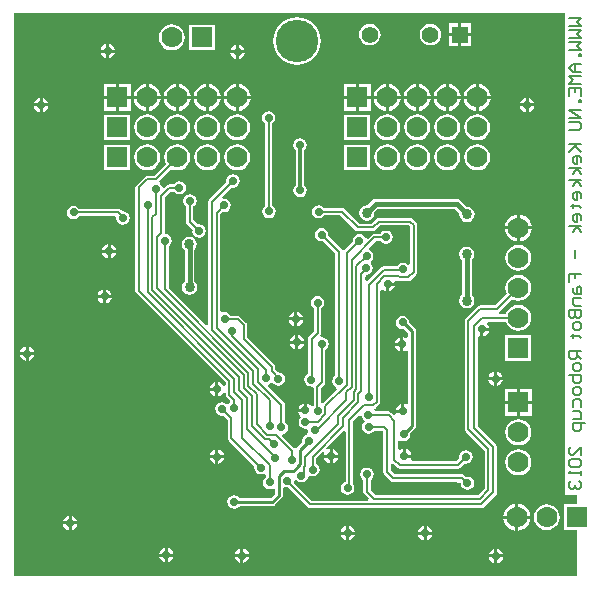
<source format=gbl>
%FSTAX44Y44*%
%MOIN*%
%SFA1B1*%

%IPPOS*%
%ADD28C,0.016000*%
%ADD29C,0.012000*%
%ADD31C,0.008000*%
%ADD32C,0.010000*%
%ADD34C,0.055120*%
%ADD35R,0.055120X0.055120*%
%ADD36C,0.070000*%
%ADD37R,0.070000X0.070000*%
%ADD38R,0.070000X0.070000*%
%ADD39C,0.141730*%
%ADD40C,0.028000*%
%ADD41C,0.034000*%
%LNrpcb6996130008r02-1*%
%LPD*%
G36*
X0003844Y00040807D02*
X0003845D01*
Y0004066*
X0003844*
Y00033875*
X0003845*
Y0003376*
X0003844*
Y00028841*
X0003845*
Y000288*
X0003885*
Y0002849*
X0003842*
Y0002763*
X0003885*
Y000261*
X000201*
Y0004485*
X0003844*
Y00040807*
G37*
%LNrpcb6996130008r02-2*%
%LPC*%
G36*
X0002947Y0003384D02*
X00029285D01*
X00029293Y00033796*
X00029347Y00033717*
X00029426Y00033663*
X0002947Y00033655*
Y0003384*
G37*
G36*
X00029754D02*
X0002957D01*
Y00033655*
X00029613Y00033663*
X00029693Y00033717*
X00029746Y00033796*
X00029754Y0003384*
G37*
G36*
X0003297Y0003377D02*
X00032785D01*
X00032793Y00033726*
X00032847Y00033647*
X00032926Y00033593*
X0003297Y00033585*
Y0003377*
G37*
G36*
X0002048Y00033744D02*
X00020436Y00033736D01*
X00020357Y00033683*
X00020303Y00033603*
X00020295Y0003356*
X0002048*
Y00033744*
G37*
G36*
X0002058D02*
Y0003356D01*
X00020764*
X00020756Y00033603*
X00020703Y00033683*
X00020623Y00033736*
X0002058Y00033744*
G37*
G36*
X00035914Y0003428D02*
X0003573D01*
Y00034095*
X00035773Y00034103*
X00035853Y00034157*
X00035906Y00034236*
X00035914Y0003428*
G37*
G36*
X0002943Y0003462D02*
X00029245D01*
X00029253Y00034576*
X00029307Y00034497*
X00029386Y00034443*
X0002943Y00034435*
Y0003462*
G37*
G36*
X0002957Y00034124D02*
Y0003394D01*
X00029754*
X00029746Y00033983*
X00029693Y00034063*
X00029613Y00034116*
X0002957Y00034124*
G37*
G36*
X0003297Y00034054D02*
X00032926Y00034046D01*
X00032847Y00033993*
X00032793Y00033913*
X00032785Y0003387*
X0003297*
Y00034054*
G37*
G36*
X0002947Y00034124D02*
X00029426Y00034116D01*
X00029347Y00034063*
X00029293Y00033983*
X00029285Y0003394*
X0002947*
Y00034124*
G37*
G36*
X00020764Y0003346D02*
X0002058D01*
Y00033275*
X00020623Y00033283*
X00020703Y00033337*
X00020756Y00033416*
X00020764Y0003346*
G37*
G36*
X00026804Y00032558D02*
X0002676Y0003255D01*
X00026681Y00032497*
X00026627Y00032417*
X00026619Y00032374*
X00026804*
Y00032558*
G37*
G36*
X0003609Y0003263D02*
X00035905D01*
X00035913Y00032586*
X00035967Y00032507*
X00036046Y00032453*
X0003609Y00032445*
Y0003263*
G37*
G36*
X00026804Y00032274D02*
X00026619D01*
X00026627Y0003223*
X00026681Y00032151*
X0002676Y00032097*
X00026804Y00032089*
Y00032274*
G37*
G36*
X0003685Y0003234D02*
X0003645D01*
Y0003194*
X0003685*
Y0003234*
G37*
G36*
X0003735D02*
X0003695D01*
Y0003194*
X0003735*
Y0003234*
G37*
G36*
X0003733Y0003413D02*
X0003647D01*
Y0003327*
X0003733*
Y0003413*
G37*
G36*
X0002048Y0003346D02*
X00020295D01*
X00020303Y00033416*
X00020357Y00033337*
X00020436Y00033283*
X0002048Y00033275*
Y0003346*
G37*
G36*
X0003619Y00032914D02*
Y0003273D01*
X00036374*
X00036366Y00032773*
X00036313Y00032853*
X00036233Y00032906*
X0003619Y00032914*
G37*
G36*
X00036374Y0003263D02*
X0003619D01*
Y00032445*
X00036233Y00032453*
X00036313Y00032507*
X00036366Y00032586*
X00036374Y0003263*
G37*
G36*
X0003609Y00032914D02*
X00036046Y00032906D01*
X00035967Y00032853*
X00035913Y00032773*
X00035905Y0003273*
X0003609*
Y00032914*
G37*
G36*
X00029714Y0003462D02*
X0002953D01*
Y00034435*
X00029573Y00034443*
X00029653Y00034497*
X00029706Y00034576*
X00029714Y0003462*
G37*
G36*
X0003685Y0003765D02*
X00036452D01*
X00036461Y00037582*
X00036506Y00037473*
X00036579Y00037379*
X00036673Y00037306*
X00036782Y00037261*
X0003685Y00037252*
Y0003765*
G37*
G36*
X00037347D02*
X0003695D01*
Y00037252*
X00037017Y00037261*
X00037126Y00037306*
X0003722Y00037379*
X00037293Y00037473*
X00037338Y00037582*
X00037347Y0003765*
G37*
G36*
X0002331Y00037154D02*
Y0003697D01*
X00023494*
X00023486Y00037013*
X00023433Y00037093*
X00023353Y00037146*
X0002331Y00037154*
G37*
G36*
X00023494Y0003687D02*
X0002331D01*
Y00036685*
X00023353Y00036693*
X00023433Y00036747*
X00023486Y00036826*
X00023494Y0003687*
G37*
G36*
X0002321Y00037154D02*
X00023166Y00037146D01*
X00023087Y00037093*
X00023033Y00037013*
X00023025Y0003697*
X0002321*
Y00037154*
G37*
G36*
X0002208Y00038444D02*
X00021994Y00038427D01*
X00021921Y00038378*
X00021872Y00038305*
X00021855Y0003822*
X00021872Y00038134*
X00021921Y00038061*
X00021994Y00038012*
X0002208Y00037995*
X00022165Y00038012*
X00022238Y00038061*
X00022262Y00038097*
X00023446*
X00023496Y00038035*
X00023495Y0003803*
X00023512Y00037944*
X00023561Y00037871*
X00023634Y00037822*
X0002372Y00037805*
X00023805Y00037822*
X00023878Y00037871*
X00023927Y00037944*
X00023944Y0003803*
X00023927Y00038115*
X00023878Y00038188*
X00023805Y00038237*
X0002372Y00038254*
X0002371Y00038252*
X00023656Y00038306*
X00023616Y00038333*
X0002357Y00038342*
X00022262*
X00022238Y00038378*
X00022165Y00038427*
X0002208Y00038444*
G37*
G36*
X0002858Y00041594D02*
X00028494Y00041577D01*
X00028421Y00041528*
X00028372Y00041455*
X00028355Y0004137*
X00028372Y00041284*
X00028421Y00041211*
X00028457Y00041187*
Y00038426*
X00028431Y00038408*
X00028382Y00038335*
X00028365Y0003825*
X00028382Y00038164*
X00028431Y00038091*
X00028504Y00038042*
X0002859Y00038025*
X00028675Y00038042*
X00028748Y00038091*
X00028797Y00038164*
X00028814Y0003825*
X00028797Y00038335*
X00028748Y00038408*
X00028702Y00038439*
Y00041187*
X00028738Y00041211*
X00028787Y00041284*
X00028804Y0004137*
X00028787Y00041455*
X00028738Y00041528*
X00028665Y00041577*
X0002858Y00041594*
G37*
G36*
X0003695Y00038147D02*
Y0003775D01*
X00037347*
X00037338Y00037817*
X00037293Y00037926*
X0003722Y0003802*
X00037126Y00038093*
X00037017Y00038138*
X0003695Y00038147*
G37*
G36*
X0002595Y00038824D02*
X00025864Y00038807D01*
X00025791Y00038758*
X00025742Y00038685*
X00025725Y000386*
X00025742Y00038514*
X00025791Y00038441*
X00025827Y00038417*
Y0003791*
X00025837Y00037863*
X00025863Y00037823*
X00026044Y00037642*
X00026035Y000376*
X00026052Y00037514*
X00026101Y00037441*
X00026174Y00037392*
X0002626Y00037375*
X00026345Y00037392*
X00026418Y00037441*
X00026467Y00037514*
X00026484Y000376*
X00026467Y00037685*
X00026418Y00037758*
X00026345Y00037807*
X0002626Y00037824*
X00026217Y00037815*
X00026072Y0003796*
Y00038417*
X00026108Y00038441*
X00026157Y00038514*
X00026174Y000386*
X00026157Y00038685*
X00026108Y00038758*
X00026035Y00038807*
X0002595Y00038824*
G37*
G36*
X0003685Y00038147D02*
X00036782Y00038138D01*
X00036673Y00038093*
X00036579Y0003802*
X00036506Y00037926*
X00036461Y00037817*
X00036452Y0003775*
X0003685*
Y00038147*
G37*
G36*
X0002321Y0003687D02*
X00023025D01*
X00023033Y00036826*
X00023087Y00036747*
X00023166Y00036693*
X0002321Y00036685*
Y0003687*
G37*
G36*
X0002306Y0003537D02*
X00022875D01*
X00022883Y00035326*
X00022937Y00035247*
X00023016Y00035193*
X0002306Y00035185*
Y0003537*
G37*
G36*
X00023344D02*
X0002316D01*
Y00035185*
X00023203Y00035193*
X00023283Y00035247*
X00023336Y00035326*
X00023344Y0003537*
G37*
G36*
X0003518Y00037074D02*
X00035082Y00037055D01*
X00034999Y00037*
X00034944Y00036917*
X00034925Y0003682*
X00034944Y00036722*
X00034999Y00036639*
X00035016Y00036628*
Y00035461*
X00034999Y0003545*
X00034944Y00035367*
X00034925Y0003527*
X00034944Y00035172*
X00034999Y00035089*
X00035082Y00035034*
X0003518Y00035015*
X00035277Y00035034*
X0003536Y00035089*
X00035415Y00035172*
X00035434Y0003527*
X00035415Y00035367*
X0003536Y0003545*
X00035343Y00035461*
Y00036628*
X0003536Y00036639*
X00035415Y00036722*
X00035434Y0003682*
X00035415Y00036917*
X0003536Y00037*
X00035277Y00037055*
X0003518Y00037074*
G37*
G36*
X0002943Y00034904D02*
X00029386Y00034896D01*
X00029307Y00034843*
X00029253Y00034763*
X00029245Y0003472*
X0002943*
Y00034904*
G37*
G36*
X0002953D02*
Y0003472D01*
X00029714*
X00029706Y00034763*
X00029653Y00034843*
X00029573Y00034896*
X0002953Y00034904*
G37*
G36*
X00032774Y0003578D02*
X0003259D01*
Y00035595*
X00032633Y00035603*
X00032713Y00035657*
X00032766Y00035736*
X00032774Y0003578*
G37*
G36*
X000369Y00037133D02*
X00036787Y00037118D01*
X00036683Y00037075*
X00036593Y00037006*
X00036524Y00036916*
X00036481Y00036812*
X00036466Y000367*
X00036481Y00036587*
X00036524Y00036483*
X00036593Y00036393*
X00036683Y00036324*
X00036787Y00036281*
X000369Y00036266*
X00037012Y00036281*
X00037116Y00036324*
X00037206Y00036393*
X00037275Y00036483*
X00037318Y00036587*
X00037333Y000367*
X00037318Y00036812*
X00037275Y00036916*
X00037206Y00037006*
X00037116Y00037075*
X00037012Y00037118*
X000369Y00037133*
G37*
G36*
X0002316Y00035654D02*
Y0003547D01*
X00023344*
X00023336Y00035513*
X00023283Y00035593*
X00023203Y00035646*
X0002316Y00035654*
G37*
G36*
X0002593Y00037404D02*
X00025832Y00037385D01*
X00025749Y0003733*
X00025694Y00037247*
X00025675Y0003715*
X00025694Y00037052*
X00025749Y00036969*
X00025776Y00036951*
Y00035911*
X00025759Y000359*
X00025704Y00035817*
X00025685Y0003572*
X00025704Y00035622*
X00025759Y00035539*
X00025842Y00035484*
X0002594Y00035465*
X00026037Y00035484*
X0002612Y00035539*
X00026175Y00035622*
X00026194Y0003572*
X00026175Y00035817*
X0002612Y000359*
X00026103Y00035911*
Y00036965*
X0002611Y00036969*
X00026165Y00037052*
X00026184Y0003715*
X00026165Y00037247*
X0002611Y0003733*
X00026027Y00037385*
X0002593Y00037404*
G37*
G36*
X0002306Y00035654D02*
X00023016Y00035646D01*
X00022937Y00035593*
X00022883Y00035513*
X00022875Y0003547*
X0002306*
Y00035654*
G37*
G36*
X0003374Y0002748D02*
X00033555D01*
X00033563Y00027436*
X00033617Y00027357*
X00033696Y00027303*
X0003374Y00027295*
Y0002748*
G37*
G36*
X00034024D02*
X0003384D01*
Y00027295*
X00033883Y00027303*
X00033963Y00027357*
X00034016Y00027436*
X00034024Y0002748*
G37*
G36*
X00031444D02*
X0003126D01*
Y00027295*
X00031303Y00027303*
X00031383Y00027357*
X00031436Y00027436*
X00031444Y0002748*
G37*
G36*
X0002522Y00027024D02*
Y0002684D01*
X00025404*
X00025396Y00026883*
X00025343Y00026963*
X00025263Y00027016*
X0002522Y00027024*
G37*
G36*
X0003116Y0002748D02*
X00030975D01*
X00030983Y00027436*
X00031037Y00027357*
X00031116Y00027303*
X0003116Y00027295*
Y0002748*
G37*
G36*
X0003384Y00027764D02*
Y0002758D01*
X00034024*
X00034016Y00027623*
X00033963Y00027703*
X00033883Y00027756*
X0003384Y00027764*
G37*
G36*
X000368Y0002801D02*
X00036402D01*
X00036411Y00027942*
X00036456Y00027833*
X00036529Y00027739*
X00036623Y00027666*
X00036732Y00027621*
X000368Y00027612*
Y0002801*
G37*
G36*
X0003374Y00027764D02*
X00033696Y00027756D01*
X00033617Y00027703*
X00033563Y00027623*
X00033555Y0002758*
X0003374*
Y00027764*
G37*
G36*
X0003116D02*
X00031116Y00027756D01*
X00031037Y00027703*
X00030983Y00027623*
X00030975Y0002758*
X0003116*
Y00027764*
G37*
G36*
X0003126D02*
Y0002758D01*
X00031444*
X00031436Y00027623*
X00031383Y00027703*
X00031303Y00027756*
X0003126Y00027764*
G37*
G36*
X0002512Y00027024D02*
X00025076Y00027016D01*
X00024997Y00026963*
X00024943Y00026883*
X00024935Y0002684*
X0002512*
Y00027024*
G37*
G36*
X00027914Y0002673D02*
X0002773D01*
Y00026545*
X00027773Y00026553*
X00027853Y00026607*
X00027906Y00026686*
X00027914Y0002673*
G37*
G36*
X0002512Y0002674D02*
X00024935D01*
X00024943Y00026696*
X00024997Y00026617*
X00025076Y00026563*
X0002512Y00026555*
Y0002674*
G37*
G36*
X0002763Y0002673D02*
X00027445D01*
X00027453Y00026686*
X00027507Y00026607*
X00027586Y00026553*
X0002763Y00026545*
Y0002673*
G37*
G36*
X000361Y0002672D02*
X00035915D01*
X00035923Y00026676*
X00035977Y00026597*
X00036056Y00026543*
X000361Y00026535*
Y0002672*
G37*
G36*
X00036384D02*
X000362D01*
Y00026535*
X00036243Y00026543*
X00036323Y00026597*
X00036376Y00026676*
X00036384Y0002672*
G37*
G36*
X0002763Y00027014D02*
X00027586Y00027006D01*
X00027507Y00026953*
X00027453Y00026873*
X00027445Y0002683*
X0002763*
Y00027014*
G37*
G36*
X0002773D02*
Y0002683D01*
X00027914*
X00027906Y00026873*
X00027853Y00026953*
X00027773Y00027006*
X0002773Y00027014*
G37*
G36*
X000362Y00027004D02*
Y0002682D01*
X00036384*
X00036376Y00026863*
X00036323Y00026943*
X00036243Y00026996*
X000362Y00027004*
G37*
G36*
X00025404Y0002674D02*
X0002522D01*
Y00026555*
X00025263Y00026563*
X00025343Y00026617*
X00025396Y00026696*
X00025404Y0002674*
G37*
G36*
X000361Y00027004D02*
X00036056Y00026996D01*
X00035977Y00026943*
X00035923Y00026863*
X00035915Y0002682*
X000361*
Y00027004*
G37*
G36*
X00037297Y0002801D02*
X000369D01*
Y00027612*
X00036967Y00027621*
X00037076Y00027666*
X0003717Y00027739*
X00037243Y00027833*
X00037288Y00027942*
X00037297Y0002801*
G37*
G36*
X0003071Y00030324D02*
Y0003014D01*
X00030894*
X00030886Y00030183*
X00030833Y00030263*
X00030753Y00030316*
X0003071Y00030324*
G37*
G36*
X0003315D02*
Y0003014D01*
X00033334*
X00033326Y00030183*
X00033273Y00030263*
X00033193Y00030316*
X0003315Y00030324*
G37*
G36*
X000269Y00030314D02*
Y0003013D01*
X00027084*
X00027076Y00030173*
X00027023Y00030253*
X00026943Y00030306*
X000269Y00030314*
G37*
G36*
X00030894Y0003004D02*
X0003071D01*
Y00029855*
X00030753Y00029863*
X00030833Y00029917*
X00030886Y00029996*
X00030894Y0003004*
G37*
G36*
X000268Y00030314D02*
X00026756Y00030306D01*
X00026677Y00030253*
X00026623Y00030173*
X00026615Y0003013*
X000268*
Y00030314*
G37*
G36*
X00033Y00031824D02*
X00032956Y00031816D01*
X00032877Y00031763*
X00032823Y00031683*
X00032815Y0003164*
X00033*
Y00031824*
G37*
G36*
X0002975Y00031854D02*
X00029706Y00031846D01*
X00029627Y00031793*
X00029573Y00031713*
X00029565Y0003167*
X0002975*
Y00031854*
G37*
G36*
X0003735Y0003184D02*
X0003695D01*
Y0003144*
X0003735*
Y0003184*
G37*
G36*
X000369Y00031323D02*
X00036787Y00031308D01*
X00036683Y00031265*
X00036593Y00031196*
X00036524Y00031106*
X00036481Y00031002*
X00036466Y0003089*
X00036481Y00030777*
X00036524Y00030673*
X00036593Y00030583*
X00036683Y00030514*
X00036787Y00030471*
X000369Y00030456*
X00037012Y00030471*
X00037116Y00030514*
X00037206Y00030583*
X00037275Y00030673*
X00037318Y00030777*
X00037333Y0003089*
X00037318Y00031002*
X00037275Y00031106*
X00037206Y00031196*
X00037116Y00031265*
X00037012Y00031308*
X000369Y00031323*
G37*
G36*
X0003685Y0003184D02*
X0003645D01*
Y0003144*
X0003685*
Y0003184*
G37*
G36*
X0003061Y0003004D02*
X00030425D01*
X00030433Y00029996*
X00030487Y00029917*
X00030566Y00029863*
X0003061Y00029855*
Y0003004*
G37*
G36*
X00021913Y00028104D02*
X00021869Y00028096D01*
X0002179Y00028043*
X00021737Y00027963*
X00021728Y0002792*
X00021913*
Y00028104*
G37*
G36*
X00022013D02*
Y0002792D01*
X00022198*
X00022189Y00027963*
X00022136Y00028043*
X00022057Y00028096*
X00022013Y00028104*
G37*
G36*
X00022198Y0002782D02*
X00022013D01*
Y00027635*
X00022057Y00027643*
X00022136Y00027697*
X00022189Y00027776*
X00022198Y0002782*
G37*
G36*
X0003785Y00028493D02*
X00037737Y00028478D01*
X00037633Y00028435*
X00037543Y00028366*
X00037474Y00028276*
X00037431Y00028172*
X00037416Y0002806*
X00037431Y00027947*
X00037474Y00027843*
X00037543Y00027753*
X00037633Y00027684*
X00037737Y00027641*
X0003785Y00027626*
X00037962Y00027641*
X00038066Y00027684*
X00038156Y00027753*
X00038225Y00027843*
X00038268Y00027947*
X00038283Y0002806*
X00038268Y00028172*
X00038225Y00028276*
X00038156Y00028366*
X00038066Y00028435*
X00037962Y00028478*
X0003785Y00028493*
G37*
G36*
X00021913Y0002782D02*
X00021728D01*
X00021737Y00027776*
X0002179Y00027697*
X00021869Y00027643*
X00021913Y00027635*
Y0002782*
G37*
G36*
X000268Y0003003D02*
X00026615D01*
X00026623Y00029986*
X00026677Y00029907*
X00026756Y00029853*
X000268Y00029845*
Y0003003*
G37*
G36*
X00027084D02*
X000269D01*
Y00029845*
X00026943Y00029853*
X00027023Y00029907*
X00027076Y00029986*
X00027084Y0003003*
G37*
G36*
X000369Y00030323D02*
X00036787Y00030308D01*
X00036683Y00030265*
X00036593Y00030196*
X00036524Y00030106*
X00036481Y00030002*
X00036466Y0002989*
X00036481Y00029777*
X00036524Y00029673*
X00036593Y00029583*
X00036683Y00029514*
X00036787Y00029471*
X000369Y00029456*
X00037012Y00029471*
X00037116Y00029514*
X00037206Y00029583*
X00037275Y00029673*
X00037318Y00029777*
X00037333Y0002989*
X00037318Y00030002*
X00037275Y00030106*
X00037206Y00030196*
X00037116Y00030265*
X00037012Y00030308*
X000369Y00030323*
G37*
G36*
X000368Y00028507D02*
X00036732Y00028498D01*
X00036623Y00028453*
X00036529Y0002838*
X00036456Y00028286*
X00036411Y00028177*
X00036402Y0002811*
X000368*
Y00028507*
G37*
G36*
X000369D02*
Y0002811D01*
X00037297*
X00037288Y00028177*
X00037243Y00028286*
X0003717Y0002838*
X00037076Y00028453*
X00036967Y00028498*
X000369Y00028507*
G37*
G36*
X00027477Y00042497D02*
X0002741Y00042488D01*
X000273Y00042443*
X00027206Y0004237*
X00027134Y00042276*
X00027089Y00042167*
X0002708Y000421*
X00027477*
Y00042497*
G37*
G36*
X00027577D02*
Y000421D01*
X00027974*
X00027966Y00042167*
X0002792Y00042276*
X00027848Y0004237*
X00027754Y00042443*
X00027645Y00042488*
X00027577Y00042497*
G37*
G36*
X00026577D02*
Y000421D01*
X00026974*
X00026966Y00042167*
X0002692Y00042276*
X00026848Y0004237*
X00026754Y00042443*
X00026645Y00042488*
X00026577Y00042497*
G37*
G36*
X00025577D02*
Y000421D01*
X00025974*
X00025966Y00042167*
X0002592Y00042276*
X00025848Y0004237*
X00025754Y00042443*
X00025645Y00042488*
X00025577Y00042497*
G37*
G36*
X00026477D02*
X0002641Y00042488D01*
X000263Y00042443*
X00026206Y0004237*
X00026134Y00042276*
X00026089Y00042167*
X0002608Y000421*
X00026477*
Y00042497*
G37*
G36*
X00032577D02*
Y000421D01*
X00032974*
X00032966Y00042167*
X0003292Y00042276*
X00032848Y0004237*
X00032754Y00042443*
X00032645Y00042488*
X00032577Y00042497*
G37*
G36*
X00033477D02*
X0003341Y00042488D01*
X000333Y00042443*
X00033206Y0004237*
X00033134Y00042276*
X00033089Y00042167*
X0003308Y000421*
X00033477*
Y00042497*
G37*
G36*
X00032477D02*
X0003241Y00042488D01*
X000323Y00042443*
X00032206Y0004237*
X00032134Y00042276*
X00032089Y00042167*
X0003208Y000421*
X00032477*
Y00042497*
G37*
G36*
X00031477Y000425D02*
X00031077D01*
Y000421*
X00031477*
Y000425*
G37*
G36*
X00031977D02*
X00031577D01*
Y000421*
X00031977*
Y000425*
G37*
G36*
X00025477Y00042497D02*
X0002541Y00042488D01*
X000253Y00042443*
X00025206Y0004237*
X00025134Y00042276*
X00025089Y00042167*
X0002508Y000421*
X00025477*
Y00042497*
G37*
G36*
X0002104Y00042034D02*
Y0004185D01*
X00021224*
X00021216Y00041893*
X00021163Y00041973*
X00021083Y00042026*
X0002104Y00042034*
G37*
G36*
X00037142D02*
X00037098Y00042026D01*
X00037018Y00041973*
X00036965Y00041893*
X00036957Y0004185*
X00037142*
Y00042034*
G37*
G36*
X0002094D02*
X00020896Y00042026D01*
X00020817Y00041973*
X00020763Y00041893*
X00020755Y0004185*
X0002094*
Y00042034*
G37*
G36*
X00035477Y00042D02*
X0003508D01*
X00035089Y00041932*
X00035134Y00041823*
X00035206Y00041729*
X000353Y00041656*
X0003541Y00041611*
X00035477Y00041602*
Y00042*
G37*
G36*
X00035974D02*
X00035577D01*
Y00041602*
X00035645Y00041611*
X00035754Y00041656*
X00035848Y00041729*
X0003592Y00041823*
X00035966Y00041932*
X00035974Y00042*
G37*
G36*
X00024477Y00042497D02*
X0002441Y00042488D01*
X000243Y00042443*
X00024206Y0004237*
X00024134Y00042276*
X00024089Y00042167*
X0002408Y000421*
X00024477*
Y00042497*
G37*
G36*
X00024577D02*
Y000421D01*
X00024974*
X00024966Y00042167*
X0002492Y00042276*
X00024848Y0004237*
X00024754Y00042443*
X00024645Y00042488*
X00024577Y00042497*
G37*
G36*
X00023977Y000425D02*
X00023577D01*
Y000421*
X00023977*
Y000425*
G37*
G36*
X00037242Y00042034D02*
Y0004185D01*
X00037426*
X00037418Y00041893*
X00037365Y00041973*
X00037285Y00042026*
X00037242Y00042034*
G37*
G36*
X00023477Y000425D02*
X00023077D01*
Y000421*
X00023477*
Y000425*
G37*
G36*
X00033577Y00042497D02*
Y000421D01*
X00033974*
X00033966Y00042167*
X0003392Y00042276*
X00033848Y0004237*
X00033754Y00042443*
X00033645Y00042488*
X00033577Y00042497*
G37*
G36*
X0002326Y00043824D02*
Y0004364D01*
X00023444*
X00023436Y00043683*
X00023383Y00043763*
X00023303Y00043816*
X0002326Y00043824*
G37*
G36*
X000349Y00044092D02*
X00034574D01*
Y00043766*
X000349*
Y00044092*
G37*
G36*
X0002316Y00043824D02*
X00023116Y00043816D01*
X00023037Y00043763*
X00022983Y00043683*
X00022975Y0004364*
X0002316*
Y00043824*
G37*
G36*
X0002749Y00043804D02*
X00027446Y00043796D01*
X00027367Y00043743*
X00027313Y00043663*
X00027305Y0004362*
X0002749*
Y00043804*
G37*
G36*
X0002759D02*
Y0004362D01*
X00027774*
X00027766Y00043663*
X00027713Y00043743*
X00027633Y00043796*
X0002759Y00043804*
G37*
G36*
X000349Y00044518D02*
X00034574D01*
Y00044192*
X000349*
Y00044518*
G37*
G36*
X00035325D02*
X00035D01*
Y00044192*
X00035325*
Y00044518*
G37*
G36*
X00033965Y00044501D02*
X00033872Y00044489D01*
X00033786Y00044453*
X00033712Y00044396*
X00033655Y00044321*
X00033619Y00044235*
X00033607Y00044142*
X00033619Y00044049*
X00033655Y00043963*
X00033712Y00043888*
X00033786Y00043831*
X00033872Y00043796*
X00033965Y00043783*
X00034058Y00043796*
X00034145Y00043831*
X00034219Y00043888*
X00034276Y00043963*
X00034312Y00044049*
X00034324Y00044142*
X00034312Y00044235*
X00034276Y00044321*
X00034219Y00044396*
X00034145Y00044453*
X00034058Y00044489*
X00033965Y00044501*
G37*
G36*
X00035325Y00044092D02*
X00035D01*
Y00043766*
X00035325*
Y00044092*
G37*
G36*
X0003195Y00044501D02*
X00031857Y00044489D01*
X0003177Y00044453*
X00031696Y00044396*
X00031639Y00044321*
X00031603Y00044235*
X00031591Y00044142*
X00031603Y00044049*
X00031639Y00043963*
X00031696Y00043888*
X0003177Y00043831*
X00031857Y00043796*
X0003195Y00043783*
X00032042Y00043796*
X00032129Y00043831*
X00032203Y00043888*
X0003226Y00043963*
X00032296Y00044049*
X00032308Y00044142*
X00032296Y00044235*
X0003226Y00044321*
X00032203Y00044396*
X00032129Y00044453*
X00032042Y00044489*
X0003195Y00044501*
G37*
G36*
X0002678Y0004448D02*
X0002592D01*
Y0004362*
X0002678*
Y0004448*
G37*
G36*
X00035577Y00042497D02*
Y000421D01*
X00035974*
X00035966Y00042167*
X0003592Y00042276*
X00035848Y0004237*
X00035754Y00042443*
X00035645Y00042488*
X00035577Y00042497*
G37*
G36*
X00029527Y00044725D02*
X00029372Y0004471D01*
X00029224Y00044665*
X00029087Y00044592*
X00028967Y00044493*
X00028868Y00044373*
X00028795Y00044236*
X0002875Y00044087*
X00028735Y00043933*
X0002875Y00043778*
X00028795Y00043629*
X00028868Y00043492*
X00028967Y00043372*
X00029087Y00043274*
X00029224Y000432*
X00029372Y00043155*
X00029527Y0004314*
X00029682Y00043155*
X0002983Y000432*
X00029967Y00043274*
X00030087Y00043372*
X00030186Y00043492*
X00030259Y00043629*
X00030304Y00043778*
X0003032Y00043933*
X00030304Y00044087*
X00030259Y00044236*
X00030186Y00044373*
X00030087Y00044493*
X00029967Y00044592*
X0002983Y00044665*
X00029682Y0004471*
X00029527Y00044725*
G37*
G36*
X00035477Y00042497D02*
X0003541Y00042488D01*
X000353Y00042443*
X00035206Y0004237*
X00035134Y00042276*
X00035089Y00042167*
X0003508Y000421*
X00035477*
Y00042497*
G37*
G36*
X00034477D02*
X0003441Y00042488D01*
X000343Y00042443*
X00034206Y0004237*
X00034134Y00042276*
X00034089Y00042167*
X0003408Y000421*
X00034477*
Y00042497*
G37*
G36*
X00034577D02*
Y000421D01*
X00034974*
X00034966Y00042167*
X0003492Y00042276*
X00034848Y0004237*
X00034754Y00042443*
X00034645Y00042488*
X00034577Y00042497*
G37*
G36*
X00023444Y0004354D02*
X0002326D01*
Y00043355*
X00023303Y00043363*
X00023383Y00043417*
X00023436Y00043496*
X00023444Y0004354*
G37*
G36*
X0002535Y00044483D02*
X00025237Y00044468D01*
X00025133Y00044425*
X00025043Y00044356*
X00024974Y00044266*
X00024931Y00044162*
X00024916Y0004405*
X00024931Y00043937*
X00024974Y00043833*
X00025043Y00043743*
X00025133Y00043674*
X00025237Y00043631*
X0002535Y00043616*
X00025462Y00043631*
X00025566Y00043674*
X00025656Y00043743*
X00025725Y00043833*
X00025768Y00043937*
X00025783Y0004405*
X00025768Y00044162*
X00025725Y00044266*
X00025656Y00044356*
X00025566Y00044425*
X00025462Y00044468*
X0002535Y00044483*
G37*
G36*
X0002316Y0004354D02*
X00022975D01*
X00022983Y00043496*
X00023037Y00043417*
X00023116Y00043363*
X0002316Y00043355*
Y0004354*
G37*
G36*
X0002749Y0004352D02*
X00027305D01*
X00027313Y00043476*
X00027367Y00043397*
X00027446Y00043343*
X0002749Y00043335*
Y0004352*
G37*
G36*
X00027774D02*
X0002759D01*
Y00043335*
X00027633Y00043343*
X00027713Y00043397*
X00027766Y00043476*
X00027774Y0004352*
G37*
G36*
X00034974Y00042D02*
X00034577D01*
Y00041602*
X00034645Y00041611*
X00034754Y00041656*
X00034848Y00041729*
X0003492Y00041823*
X00034966Y00041932*
X00034974Y00042*
G37*
G36*
X00026527Y00041483D02*
X00026415Y00041468D01*
X0002631Y00041425*
X0002622Y00041356*
X00026152Y00041266*
X00026108Y00041162*
X00026093Y0004105*
X00026108Y00040937*
X00026152Y00040833*
X0002622Y00040743*
X0002631Y00040674*
X00026415Y00040631*
X00026527Y00040616*
X00026639Y00040631*
X00026744Y00040674*
X00026834Y00040743*
X00026903Y00040833*
X00026946Y00040937*
X00026961Y0004105*
X00026946Y00041162*
X00026903Y00041266*
X00026834Y00041356*
X00026744Y00041425*
X00026639Y00041468*
X00026527Y00041483*
G37*
G36*
X00027527D02*
X00027415Y00041468D01*
X0002731Y00041425*
X0002722Y00041356*
X00027152Y00041266*
X00027108Y00041162*
X00027093Y0004105*
X00027108Y00040937*
X00027152Y00040833*
X0002722Y00040743*
X0002731Y00040674*
X00027415Y00040631*
X00027527Y00040616*
X00027639Y00040631*
X00027744Y00040674*
X00027834Y00040743*
X00027903Y00040833*
X00027946Y00040937*
X00027961Y0004105*
X00027946Y00041162*
X00027903Y00041266*
X00027834Y00041356*
X00027744Y00041425*
X00027639Y00041468*
X00027527Y00041483*
G37*
G36*
X00025527D02*
X00025415Y00041468D01*
X0002531Y00041425*
X0002522Y00041356*
X00025152Y00041266*
X00025108Y00041162*
X00025093Y0004105*
X00025108Y00040937*
X00025152Y00040833*
X0002522Y00040743*
X0002531Y00040674*
X00025415Y00040631*
X00025527Y00040616*
X00025639Y00040631*
X00025744Y00040674*
X00025834Y00040743*
X00025903Y00040833*
X00025946Y00040937*
X00025961Y0004105*
X00025946Y00041162*
X00025903Y00041266*
X00025834Y00041356*
X00025744Y00041425*
X00025639Y00041468*
X00025527Y00041483*
G37*
G36*
X00031957Y0004048D02*
X00031097D01*
Y0003962*
X00031957*
Y0004048*
G37*
G36*
X00024527Y00041483D02*
X00024415Y00041468D01*
X0002431Y00041425*
X0002422Y00041356*
X00024152Y00041266*
X00024108Y00041162*
X00024093Y0004105*
X00024108Y00040937*
X00024152Y00040833*
X0002422Y00040743*
X0002431Y00040674*
X00024415Y00040631*
X00024527Y00040616*
X00024639Y00040631*
X00024744Y00040674*
X00024834Y00040743*
X00024903Y00040833*
X00024946Y00040937*
X00024961Y0004105*
X00024946Y00041162*
X00024903Y00041266*
X00024834Y00041356*
X00024744Y00041425*
X00024639Y00041468*
X00024527Y00041483*
G37*
G36*
X00035527D02*
X00035415Y00041468D01*
X0003531Y00041425*
X0003522Y00041356*
X00035152Y00041266*
X00035108Y00041162*
X00035093Y0004105*
X00035108Y00040937*
X00035152Y00040833*
X0003522Y00040743*
X0003531Y00040674*
X00035415Y00040631*
X00035527Y00040616*
X00035639Y00040631*
X00035744Y00040674*
X00035834Y00040743*
X00035903Y00040833*
X00035946Y00040937*
X00035961Y0004105*
X00035946Y00041162*
X00035903Y00041266*
X00035834Y00041356*
X00035744Y00041425*
X00035639Y00041468*
X00035527Y00041483*
G37*
G36*
X00023957Y0004148D02*
X00023097D01*
Y0004062*
X00023957*
Y0004148*
G37*
G36*
X00034527Y00041483D02*
X00034415Y00041468D01*
X0003431Y00041425*
X0003422Y00041356*
X00034152Y00041266*
X00034108Y00041162*
X00034093Y0004105*
X00034108Y00040937*
X00034152Y00040833*
X0003422Y00040743*
X0003431Y00040674*
X00034415Y00040631*
X00034527Y00040616*
X00034639Y00040631*
X00034744Y00040674*
X00034834Y00040743*
X00034903Y00040833*
X00034946Y00040937*
X00034961Y0004105*
X00034946Y00041162*
X00034903Y00041266*
X00034834Y00041356*
X00034744Y00041425*
X00034639Y00041468*
X00034527Y00041483*
G37*
G36*
X00032527D02*
X00032415Y00041468D01*
X0003231Y00041425*
X0003222Y00041356*
X00032152Y00041266*
X00032108Y00041162*
X00032093Y0004105*
X00032108Y00040937*
X00032152Y00040833*
X0003222Y00040743*
X0003231Y00040674*
X00032415Y00040631*
X00032527Y00040616*
X00032639Y00040631*
X00032744Y00040674*
X00032834Y00040743*
X00032903Y00040833*
X00032946Y00040937*
X00032961Y0004105*
X00032946Y00041162*
X00032903Y00041266*
X00032834Y00041356*
X00032744Y00041425*
X00032639Y00041468*
X00032527Y00041483*
G37*
G36*
X00033527D02*
X00033415Y00041468D01*
X0003331Y00041425*
X0003322Y00041356*
X00033152Y00041266*
X00033108Y00041162*
X00033093Y0004105*
X00033108Y00040937*
X00033152Y00040833*
X0003322Y00040743*
X0003331Y00040674*
X00033415Y00040631*
X00033527Y00040616*
X00033639Y00040631*
X00033744Y00040674*
X00033834Y00040743*
X00033903Y00040833*
X00033946Y00040937*
X00033961Y0004105*
X00033946Y00041162*
X00033903Y00041266*
X00033834Y00041356*
X00033744Y00041425*
X00033639Y00041468*
X00033527Y00041483*
G37*
G36*
X00023957Y0004048D02*
X00023097D01*
Y0003962*
X00023957*
Y0004048*
G37*
G36*
X00025527Y00040483D02*
X00025415Y00040468D01*
X0002531Y00040425*
X0002522Y00040356*
X00025152Y00040266*
X00025108Y00040162*
X00025093Y0004005*
X00025108Y00039937*
X00025152Y00039833*
X00025155Y00039828*
X00024769Y00039442*
X0002453*
X00024483Y00039433*
X00024443Y00039406*
X00024173Y00039136*
X00024147Y00039096*
X00024137Y0003905*
Y00035603*
X00024147Y00035556*
X00024173Y00035516*
X0002714Y00032549*
Y00032464*
X00027064Y00032441*
X00027027Y00032497*
X00026947Y0003255*
X00026904Y00032558*
Y00032324*
Y00032089*
X00026947Y00032097*
X00027027Y00032151*
X00027064Y00032206*
X0002714Y00032183*
Y00032147*
X0002715Y000321*
X00027176Y0003206*
X00027284Y00031952*
X00027277Y00031872*
X00027271Y00031868*
X00027222Y00031795*
X00027178Y00031828*
X00027105Y00031877*
X0002702Y00031894*
X00026934Y00031877*
X00026861Y00031828*
X00026812Y00031755*
X00026795Y0003167*
X00026812Y00031584*
X00026861Y00031511*
X00026934Y00031462*
X0002702Y00031445*
X00027062Y00031454*
X00027207Y00031309*
Y000307*
X00027217Y00030653*
X00027243Y00030613*
X00028104Y00029752*
X00028095Y0002971*
X00028112Y00029624*
X00028161Y00029551*
X00028234Y00029502*
X0002832Y00029485*
X00028405Y00029502*
X00028417Y0002951*
X00028477Y00029478*
X0002848Y00029398*
X00028451Y00029378*
X00028402Y00029305*
X00028385Y0002922*
X00028402Y00029134*
X00028451Y00029061*
X00028524Y00029012*
X0002861Y00028995*
X00028695Y00029012*
X00028706Y0002902*
X00028777Y00028982*
Y00028834*
X00028645Y00028702*
X00027606*
X00027588Y00028728*
X00027515Y00028777*
X0002743Y00028794*
X00027344Y00028777*
X00027271Y00028728*
X00027222Y00028655*
X00027205Y0002857*
X00027222Y00028484*
X00027271Y00028411*
X00027344Y00028362*
X0002743Y00028345*
X00027515Y00028362*
X00027588Y00028411*
X00027606Y00028437*
X000287*
X0002875Y00028447*
X00028793Y00028476*
X00029003Y00028686*
X00029032Y00028729*
X00029042Y0002878*
Y00029035*
X00029113Y00029073*
X00029114Y00029072*
X000292Y00029055*
X00029226Y0002906*
X00029883Y00028403*
X00029923Y00028377*
X0002997Y00028367*
X00035666*
X00035713Y00028377*
X00035752Y00028403*
X00036156Y00028807*
X00036183Y00028846*
X00036192Y00028893*
Y00030386*
X00036183Y00030433*
X00036156Y00030472*
X00035542Y00031087*
Y00034049*
X00035604Y000341*
X0003563Y00034095*
Y0003433*
X0003568*
Y0003438*
X00035914*
X00035906Y00034423*
X00035853Y00034503*
X00035902Y00034577*
X00036485*
X00036524Y00034483*
X00036593Y00034393*
X00036683Y00034324*
X00036787Y00034281*
X000369Y00034266*
X00037012Y00034281*
X00037116Y00034324*
X00037206Y00034393*
X00037275Y00034483*
X00037318Y00034587*
X00037333Y000347*
X00037318Y00034812*
X00037275Y00034916*
X00037206Y00035006*
X00037116Y00035075*
X00037012Y00035118*
X000369Y00035133*
X00036787Y00035118*
X00036683Y00035075*
X00036593Y00035006*
X00036524Y00034916*
X00036485Y00034822*
X00036267*
X00036244Y00034898*
X00036266Y00034913*
X00036679Y00035326*
X00036683Y00035324*
X00036787Y00035281*
X000369Y00035266*
X00037012Y00035281*
X00037116Y00035324*
X00037206Y00035393*
X00037275Y00035483*
X00037318Y00035587*
X00037333Y000357*
X00037318Y00035812*
X00037275Y00035916*
X00037206Y00036006*
X00037116Y00036075*
X00037012Y00036118*
X000369Y00036133*
X00036787Y00036118*
X00036683Y00036075*
X00036593Y00036006*
X00036524Y00035916*
X00036481Y00035812*
X00036466Y000357*
X00036481Y00035587*
X00036514Y00035507*
X00036129Y00035122*
X00035633*
X00035586Y00035113*
X00035547Y00035086*
X00035143Y00034682*
X00035117Y00034643*
X00035107Y00034596*
Y00031*
X00035117Y00030953*
X00035143Y00030913*
X00035777Y00030279*
Y00029*
X00035569Y00028792*
X0003215*
X00031982Y0002896*
Y00029313*
X00032008Y00029331*
X00032057Y00029404*
X00032074Y0002949*
X00032057Y00029575*
X00032008Y00029648*
X00031935Y00029697*
X0003185Y00029714*
X00031764Y00029697*
X00031691Y00029648*
X00031642Y00029575*
X00031625Y0002949*
X00031642Y00029404*
X00031691Y00029331*
X00031737Y000293*
Y0002891*
X00031747Y00028863*
X00031773Y00028823*
X0003191Y00028686*
X0003188Y00028612*
X0003002*
X00029425Y00029207*
X00029448Y00029283*
X00029502Y00029294*
X00029511Y00029281*
X00029584Y00029232*
X0002967Y00029215*
X00029755Y00029232*
X00029828Y00029281*
X00029877Y00029354*
X00029887Y00029404*
X00029961Y00029434*
X00029964Y00029432*
X0003005Y00029415*
X00030135Y00029432*
X00030208Y00029481*
X00030257Y00029554*
X00030274Y0002964*
X00030257Y00029725*
X00030208Y00029798*
X00030162Y00029829*
Y00030029*
X00030381Y00030248*
X00030443Y00030197*
X00030433Y00030183*
X00030425Y0003014*
X0003061*
Y00030324*
X00030566Y00030316*
X00030552Y00030306*
X00030501Y00030368*
X00031073Y0003094*
X00031147Y0003091*
Y00029241*
X00031124Y00029237*
X00031051Y00029188*
X00031002Y00029115*
X00030985Y0002903*
X00031002Y00028944*
X00031051Y00028871*
X00031124Y00028822*
X0003121Y00028805*
X00031295Y00028822*
X00031368Y00028871*
X00031417Y00028944*
X00031434Y0002903*
X00031417Y00029115*
X00031392Y00029153*
Y00031259*
X00031596Y00031463*
X00031673Y0003144*
X00031682Y00031394*
X00031731Y00031321*
X00031804Y00031272*
X00031751Y00031228*
X00031702Y00031155*
X00031685Y0003107*
X00031702Y00030984*
X00031751Y00030911*
X00031824Y00030862*
X0003191Y00030845*
X00031995Y00030862*
X00032068Y00030911*
X00032092Y00030947*
X00032379*
X00032397Y00030929*
Y0002957*
X00032407Y00029523*
X00032433Y00029483*
X00032643Y00029273*
X00032683Y00029247*
X0003273Y00029237*
X00034736*
X00034975Y0002919*
X00034992Y00029104*
X00035041Y00029031*
X00035114Y00028982*
X000352Y00028965*
X00035285Y00028982*
X00035358Y00029031*
X00035407Y00029104*
X00035424Y0002919*
X00035407Y00029275*
X00035358Y00029348*
X00035285Y00029397*
X000352Y00029414*
X00035157Y00029405*
X00035116Y00029446*
X00035076Y00029473*
X0003503Y00029482*
X0003278*
X00032642Y0002962*
Y0002983*
X00032716Y0002986*
X00032863Y00029713*
X00032903Y00029687*
X0003295Y00029677*
X0003488*
X00034926Y00029687*
X00034966Y00029713*
X00035107Y00029854*
X0003515Y00029845*
X00035235Y00029862*
X00035308Y00029911*
X00035357Y00029984*
X00035374Y0003007*
X00035357Y00030155*
X00035308Y00030228*
X00035235Y00030277*
X0003515Y00030294*
X00035064Y00030277*
X00034991Y00030228*
X00034942Y00030155*
X00034925Y0003007*
X00034934Y00030027*
X00034829Y00029922*
X00033361*
X00033323Y00029992*
X00033326Y00029996*
X00033334Y0003004*
X000331*
Y0003009*
X0003305*
Y00030324*
X00033006Y00030316*
X00032962Y00030287*
X00032892Y00030324*
Y00030595*
X00032962Y00030633*
X00032994Y00030612*
X0003308Y00030595*
X00033165Y00030612*
X00033238Y00030661*
X00033287Y00030734*
X00033304Y0003082*
X00033298Y0003085*
X00033453Y00031006*
X00033482Y00031049*
X00033492Y000311*
Y0003426*
X00033482Y0003431*
X00033453Y00034353*
X00033263Y00034544*
X00033264Y0003455*
X00033247Y00034635*
X00033198Y00034708*
X00033125Y00034757*
X0003304Y00034774*
X00032954Y00034757*
X00032881Y00034708*
X00032832Y00034635*
X00032815Y0003455*
X00032832Y00034464*
X00032881Y00034391*
X00032954Y00034342*
X0003304Y00034325*
X00033095Y00034336*
X00033227Y00034205*
Y00034054*
X00033156Y00034017*
X00033113Y00034046*
X0003307Y00034054*
Y0003382*
Y00033585*
X00033113Y00033593*
X00033156Y00033622*
X00033227Y00033585*
Y00031844*
X00033156Y00031807*
X00033143Y00031816*
X000331Y00031824*
Y0003159*
X0003305*
Y0003154*
X00032815*
X00032823Y00031497*
X00032753Y00031459*
X00032666Y00031546*
X00032626Y00031573*
X0003258Y00031582*
X00032136*
X00032092Y00031648*
X00032103Y00031676*
X00032106Y00031677*
X00032146Y00031703*
X00032266Y00031823*
X00032293Y00031863*
X00032302Y0003191*
Y00035613*
X00032313Y00035621*
X00032372Y00035653*
X00032446Y00035603*
X0003249Y00035595*
Y0003583*
X0003254*
Y0003588*
X00032774*
X00032769Y00035905*
X0003282Y00035967*
X00032855Y00035963*
X00032879Y00035947*
X00032895Y00035937*
X00032942Y00035927*
X00033157*
X00033172Y0003593*
X00033233*
X00033279Y0003594*
X00033319Y00035966*
X00033496Y00036143*
X00033523Y00036183*
X00033532Y0003623*
Y000378*
X00033523Y00037846*
X00033496Y00037886*
X00033386Y00037996*
X00033346Y00038023*
X000333Y00038032*
X0003224*
X00032193Y00038023*
X00032177Y00038012*
X00032153Y00037996*
X00031999Y00037842*
X0003159*
X00031106Y00038326*
X00031066Y00038353*
X0003102Y00038362*
X00030422*
X00030398Y00038398*
X00030325Y00038447*
X0003024Y00038464*
X00030154Y00038447*
X00030081Y00038398*
X00030032Y00038325*
X00030015Y0003824*
X00030032Y00038154*
X00030081Y00038081*
X00030154Y00038032*
X0003024Y00038015*
X00030325Y00038032*
X00030398Y00038081*
X00030422Y00038117*
X00030969*
X00031453Y00037633*
X00031493Y00037607*
X0003154Y00037597*
X0003205*
X00032096Y00037607*
X00032136Y00037633*
X0003229Y00037787*
X00033249*
X00033287Y00037749*
Y00036498*
X00033211Y00036474*
X00033208Y00036478*
X00033135Y00036527*
X0003305Y00036544*
X00032964Y00036527*
X00032891Y00036478*
X0003286Y00036432*
X00032426*
X00032379Y00036423*
X00032339Y00036396*
X00031865Y00035922*
X00031795Y0003596*
X0003183Y00036135*
X00031915Y00036152*
X00031988Y00036201*
X00032037Y00036274*
X00032054Y0003636*
X00032037Y00036445*
X00031988Y00036518*
Y00036594*
X00031998Y00036601*
X00032047Y00036674*
X00032064Y0003676*
X00032047Y00036845*
X00031998Y00036918*
X00031933Y00036962*
X00031925Y00037042*
X0003215Y00037267*
X00032307*
X00032331Y00037231*
X00032404Y00037182*
X0003249Y00037165*
X00032575Y00037182*
X00032648Y00037231*
X00032697Y00037304*
X00032714Y0003739*
X00032697Y00037475*
X00032648Y00037548*
X00032575Y00037597*
X0003249Y00037614*
X00032404Y00037597*
X00032331Y00037548*
X00032307Y00037512*
X000321*
X00032053Y00037503*
X00032013Y00037476*
X0003188Y00037343*
X00031807Y00037365*
X00031758Y00037438*
X00031685Y00037487*
X000316Y00037504*
X00031514Y00037487*
X00031441Y00037438*
X00031392Y00037365*
X00031375Y0003728*
X00031385Y0003723*
X00031105Y0003695*
X00031025Y00036958*
X00031006Y00036986*
X00030555Y00037437*
X00030564Y0003748*
X00030547Y00037565*
X00030498Y00037638*
X00030425Y00037687*
X0003034Y00037704*
X00030254Y00037687*
X00030181Y00037638*
X00030132Y00037565*
X00030115Y0003748*
X00030132Y00037394*
X00030181Y00037321*
X00030254Y00037272*
X0003034Y00037255*
X00030382Y00037264*
X00030797Y00036849*
Y00032772*
X00030761Y00032748*
X00030712Y00032675*
X00030695Y0003259*
X00030712Y00032504*
X00030761Y00032431*
X00030834Y00032382*
X00030856Y00032308*
X00030396Y00031848*
X00030322Y00031879*
Y00032349*
X00030436Y00032463*
X00030463Y00032503*
X00030472Y0003255*
Y00033647*
X00030508Y00033671*
X00030557Y00033744*
X00030574Y0003383*
X00030557Y00033915*
X00030508Y00033988*
X00030435Y00034037*
X0003035Y00034054*
X00030345Y00034053*
X000303Y00034119*
X00030323Y00034153*
X00030332Y000342*
Y00035027*
X00030368Y00035051*
X00030417Y00035124*
X00030434Y0003521*
X00030417Y00035295*
X00030368Y00035368*
X00030295Y00035417*
X0003021Y00035434*
X00030124Y00035417*
X00030051Y00035368*
X00030002Y00035295*
X00029985Y0003521*
X00030002Y00035124*
X00030051Y00035051*
X00030087Y00035027*
Y0003425*
X00029923Y00034086*
X00029897Y00034046*
X00029887Y00034*
Y00032836*
X00029831Y00032798*
X00029782Y00032725*
X00029765Y0003264*
X00029782Y00032554*
X00029831Y00032481*
X00029904Y00032432*
X0002999Y00032415*
X00029994Y00032416*
X00030029Y00032409*
X00030077Y0003237*
Y00031776*
X0003006Y00031764*
X00029981Y0003178*
X00029973Y00031793*
X00029893Y00031846*
X0002985Y00031854*
Y0003162*
X000298*
Y0003157*
X00029565*
X00029573Y00031526*
X00029627Y00031447*
X00029641Y00031388*
X00029592Y00031315*
X00029575Y0003123*
X00029592Y00031144*
X00029641Y00031071*
X00029714Y00031022*
X000298Y00031005*
X0002982Y00031009*
X00029886Y00030965*
X00029902Y00030884*
X00029903Y00030881*
X00029862Y00030812*
X00029834Y00030807*
X00029761Y00030758*
X00029712Y00030685*
X00029695Y000306*
X00029701Y00030569*
X00029536Y00030403*
X00029511Y00030366*
X00029431Y00030358*
X0002903Y00030759*
X00029054Y00030836*
X00029085Y00030842*
X00029158Y00030891*
X00029207Y00030964*
X00029224Y0003105*
X00029207Y00031135*
X00029158Y00031208*
X00029122Y00031232*
Y000318*
X00029113Y00031846*
X00029086Y00031886*
X00028553Y00032419*
X00028575Y00032492*
X00028648Y00032541*
X00028726Y00032533*
X00028741Y00032511*
X00028814Y00032462*
X000289Y00032445*
X00028985Y00032462*
X00029058Y00032511*
X00029107Y00032584*
X00029124Y0003267*
X00029107Y00032755*
X00029058Y00032828*
X00028985Y00032877*
X000289Y00032894*
X00028882Y0003289*
X00028802Y0003297*
Y0003307*
X00028793Y00033116*
X00028766Y00033156*
X00027862Y0003406*
Y0003446*
X00027853Y00034506*
X00027842Y00034522*
X00027826Y00034546*
X00027636Y00034736*
X00027596Y00034763*
X0002755Y00034772*
X00027312*
X00027268Y00034838*
X00027195Y00034887*
X0002711Y00034904*
X00027034Y00034889*
X00026972Y0003494*
Y00038159*
X00027047Y00038234*
X0002709Y00038225*
X00027175Y00038242*
X00027248Y00038291*
X00027297Y00038364*
X00027314Y0003845*
X00027297Y00038535*
X00027248Y00038608*
X00027175Y00038657*
X0002709Y00038674*
X00027072Y0003867*
X00027034Y00038741*
X00027347Y00039054*
X0002739Y00039045*
X00027475Y00039062*
X00027548Y00039111*
X00027597Y00039184*
X00027614Y0003927*
X00027597Y00039355*
X00027548Y00039428*
X00027475Y00039477*
X0002739Y00039494*
X00027304Y00039477*
X00027231Y00039428*
X00027182Y00039355*
X00027165Y0003927*
X00027174Y00039227*
X00026603Y00038656*
X00026577Y00038616*
X00026567Y0003857*
Y00034478*
X00026493Y00034447*
X00025242Y00035698*
Y00037097*
X00025278Y00037121*
X00025327Y00037194*
X00025344Y0003728*
X00025327Y00037365*
X00025278Y00037438*
X00025205Y00037487*
X0002512Y00037504*
X00025122Y00037527*
Y00038719*
X0002531Y00038907*
X00025424*
X00025441Y00038881*
X00025514Y00038832*
X000256Y00038815*
X00025685Y00038832*
X00025758Y00038881*
X00025807Y00038954*
X00025824Y0003904*
X00025807Y00039125*
X00025758Y00039198*
X00025685Y00039247*
X000256Y00039264*
X00025514Y00039247*
X00025441Y00039198*
X0002541Y00039152*
X00025259*
X00025213Y00039142*
X00025173Y00039116*
X00025099Y00039042*
X00025023Y00039066*
X00025017Y00039095*
X00024968Y00039168*
X00024944Y00039184*
X00024937Y00039264*
X00025336Y00039663*
X00025415Y00039631*
X00025527Y00039616*
X00025639Y00039631*
X00025744Y00039674*
X00025834Y00039743*
X00025903Y00039833*
X00025946Y00039937*
X00025961Y0004005*
X00025946Y00040162*
X00025903Y00040266*
X00025834Y00040356*
X00025744Y00040425*
X00025639Y00040468*
X00025527Y00040483*
G37*
G36*
X00026527D02*
X00026415Y00040468D01*
X0002631Y00040425*
X0002622Y00040356*
X00026152Y00040266*
X00026108Y00040162*
X00026093Y0004005*
X00026108Y00039937*
X00026152Y00039833*
X0002622Y00039743*
X0002631Y00039674*
X00026415Y00039631*
X00026527Y00039616*
X00026639Y00039631*
X00026744Y00039674*
X00026834Y00039743*
X00026903Y00039833*
X00026946Y00039937*
X00026961Y0004005*
X00026946Y00040162*
X00026903Y00040266*
X00026834Y00040356*
X00026744Y00040425*
X00026639Y00040468*
X00026527Y00040483*
G37*
G36*
X00024527D02*
X00024415Y00040468D01*
X0002431Y00040425*
X0002422Y00040356*
X00024152Y00040266*
X00024108Y00040162*
X00024093Y0004005*
X00024108Y00039937*
X00024152Y00039833*
X0002422Y00039743*
X0002431Y00039674*
X00024415Y00039631*
X00024527Y00039616*
X00024639Y00039631*
X00024744Y00039674*
X00024834Y00039743*
X00024903Y00039833*
X00024946Y00039937*
X00024961Y0004005*
X00024946Y00040162*
X00024903Y00040266*
X00024834Y00040356*
X00024744Y00040425*
X00024639Y00040468*
X00024527Y00040483*
G37*
G36*
X0003484Y00038663D02*
X0003215D01*
X00032087Y0003865*
X00032034Y00038615*
X0003187Y0003845*
X0003185Y00038454*
X00031752Y00038435*
X00031669Y0003838*
X00031614Y00038297*
X00031595Y000382*
X00031614Y00038102*
X00031669Y00038019*
X00031752Y00037964*
X0003185Y00037945*
X00031947Y00037964*
X0003203Y00038019*
X00032085Y00038102*
X00032104Y000382*
X000321Y0003822*
X00032217Y00038336*
X00034772*
X00034939Y0003817*
X00034935Y0003815*
X00034954Y00038052*
X00035009Y00037969*
X00035092Y00037914*
X0003519Y00037895*
X00035287Y00037914*
X0003537Y00037969*
X00035425Y00038052*
X00035444Y0003815*
X00035425Y00038247*
X0003537Y0003833*
X00035287Y00038385*
X0003519Y00038404*
X00035169Y000384*
X00034955Y00038615*
X00034902Y0003865*
X0003484Y00038663*
G37*
G36*
X0002962Y00040684D02*
X00029534Y00040667D01*
X00029461Y00040618*
X00029412Y00040545*
X00029395Y0004046*
X00029412Y00040374*
X00029461Y00040301*
X00029477Y0004029*
Y00039112*
X00029471Y00039108*
X00029422Y00039035*
X00029405Y0003895*
X00029422Y00038864*
X00029471Y00038791*
X00029544Y00038742*
X0002963Y00038725*
X00029715Y00038742*
X00029788Y00038791*
X00029837Y00038864*
X00029854Y0003895*
X00029837Y00039035*
X00029788Y00039108*
X00029762Y00039125*
Y0004029*
X00029778Y00040301*
X00029827Y00040374*
X00029844Y0004046*
X00029827Y00040545*
X00029778Y00040618*
X00029705Y00040667*
X0002962Y00040684*
G37*
G36*
X00034527Y00040483D02*
X00034415Y00040468D01*
X0003431Y00040425*
X0003422Y00040356*
X00034152Y00040266*
X00034108Y00040162*
X00034093Y0004005*
X00034108Y00039937*
X00034152Y00039833*
X0003422Y00039743*
X0003431Y00039674*
X00034415Y00039631*
X00034527Y00039616*
X00034639Y00039631*
X00034744Y00039674*
X00034834Y00039743*
X00034903Y00039833*
X00034946Y00039937*
X00034961Y0004005*
X00034946Y00040162*
X00034903Y00040266*
X00034834Y00040356*
X00034744Y00040425*
X00034639Y00040468*
X00034527Y00040483*
G37*
G36*
X00035527D02*
X00035415Y00040468D01*
X0003531Y00040425*
X0003522Y00040356*
X00035152Y00040266*
X00035108Y00040162*
X00035093Y0004005*
X00035108Y00039937*
X00035152Y00039833*
X0003522Y00039743*
X0003531Y00039674*
X00035415Y00039631*
X00035527Y00039616*
X00035639Y00039631*
X00035744Y00039674*
X00035834Y00039743*
X00035903Y00039833*
X00035946Y00039937*
X00035961Y0004005*
X00035946Y00040162*
X00035903Y00040266*
X00035834Y00040356*
X00035744Y00040425*
X00035639Y00040468*
X00035527Y00040483*
G37*
G36*
X00033527D02*
X00033415Y00040468D01*
X0003331Y00040425*
X0003322Y00040356*
X00033152Y00040266*
X00033108Y00040162*
X00033093Y0004005*
X00033108Y00039937*
X00033152Y00039833*
X0003322Y00039743*
X0003331Y00039674*
X00033415Y00039631*
X00033527Y00039616*
X00033639Y00039631*
X00033744Y00039674*
X00033834Y00039743*
X00033903Y00039833*
X00033946Y00039937*
X00033961Y0004005*
X00033946Y00040162*
X00033903Y00040266*
X00033834Y00040356*
X00033744Y00040425*
X00033639Y00040468*
X00033527Y00040483*
G37*
G36*
X00027527D02*
X00027415Y00040468D01*
X0002731Y00040425*
X0002722Y00040356*
X00027152Y00040266*
X00027108Y00040162*
X00027093Y0004005*
X00027108Y00039937*
X00027152Y00039833*
X0002722Y00039743*
X0002731Y00039674*
X00027415Y00039631*
X00027527Y00039616*
X00027639Y00039631*
X00027744Y00039674*
X00027834Y00039743*
X00027903Y00039833*
X00027946Y00039937*
X00027961Y0004005*
X00027946Y00040162*
X00027903Y00040266*
X00027834Y00040356*
X00027744Y00040425*
X00027639Y00040468*
X00027527Y00040483*
G37*
G36*
X00032527D02*
X00032415Y00040468D01*
X0003231Y00040425*
X0003222Y00040356*
X00032152Y00040266*
X00032108Y00040162*
X00032093Y0004005*
X00032108Y00039937*
X00032152Y00039833*
X0003222Y00039743*
X0003231Y00039674*
X00032415Y00039631*
X00032527Y00039616*
X00032639Y00039631*
X00032744Y00039674*
X00032834Y00039743*
X00032903Y00039833*
X00032946Y00039937*
X00032961Y0004005*
X00032946Y00040162*
X00032903Y00040266*
X00032834Y00040356*
X00032744Y00040425*
X00032639Y00040468*
X00032527Y00040483*
G37*
G36*
X00031957Y0004148D02*
X00031097D01*
Y0004062*
X00031957*
Y0004148*
G37*
G36*
X00027477Y00042D02*
X0002708D01*
X00027089Y00041932*
X00027134Y00041823*
X00027206Y00041729*
X000273Y00041656*
X0002741Y00041611*
X00027477Y00041602*
Y00042*
G37*
G36*
X00027974D02*
X00027577D01*
Y00041602*
X00027645Y00041611*
X00027754Y00041656*
X00027848Y00041729*
X0002792Y00041823*
X00027966Y00041932*
X00027974Y00042*
G37*
G36*
X00026974D02*
X00026577D01*
Y00041602*
X00026645Y00041611*
X00026754Y00041656*
X00026848Y00041729*
X0002692Y00041823*
X00026966Y00041932*
X00026974Y00042*
G37*
G36*
X00025974D02*
X00025577D01*
Y00041602*
X00025645Y00041611*
X00025754Y00041656*
X00025848Y00041729*
X0002592Y00041823*
X00025966Y00041932*
X00025974Y00042*
G37*
G36*
X00026477D02*
X0002608D01*
X00026089Y00041932*
X00026134Y00041823*
X00026206Y00041729*
X000263Y00041656*
X0002641Y00041611*
X00026477Y00041602*
Y00042*
G37*
G36*
X00033974D02*
X00033577D01*
Y00041602*
X00033645Y00041611*
X00033754Y00041656*
X00033848Y00041729*
X0003392Y00041823*
X00033966Y00041932*
X00033974Y00042*
G37*
G36*
X00034477D02*
X0003408D01*
X00034089Y00041932*
X00034134Y00041823*
X00034206Y00041729*
X000343Y00041656*
X0003441Y00041611*
X00034477Y00041602*
Y00042*
G37*
G36*
X00033477D02*
X0003308D01*
X00033089Y00041932*
X00033134Y00041823*
X00033206Y00041729*
X000333Y00041656*
X0003341Y00041611*
X00033477Y00041602*
Y00042*
G37*
G36*
X00032477D02*
X0003208D01*
X00032089Y00041932*
X00032134Y00041823*
X00032206Y00041729*
X000323Y00041656*
X0003241Y00041611*
X00032477Y00041602*
Y00042*
G37*
G36*
X00032974D02*
X00032577D01*
Y00041602*
X00032645Y00041611*
X00032754Y00041656*
X00032848Y00041729*
X0003292Y00041823*
X00032966Y00041932*
X00032974Y00042*
G37*
G36*
X00025477D02*
X0002508D01*
X00025089Y00041932*
X00025134Y00041823*
X00025206Y00041729*
X000253Y00041656*
X0002541Y00041611*
X00025477Y00041602*
Y00042*
G37*
G36*
X00037426Y0004175D02*
X00037242D01*
Y00041565*
X00037285Y00041573*
X00037365Y00041627*
X00037418Y00041706*
X00037426Y0004175*
G37*
G36*
X00023477Y00042D02*
X00023077D01*
Y000416*
X00023477*
Y00042*
G37*
G36*
X00037142Y0004175D02*
X00036957D01*
X00036965Y00041706*
X00037018Y00041627*
X00037098Y00041573*
X00037142Y00041565*
Y0004175*
G37*
G36*
X0002094D02*
X00020755D01*
X00020763Y00041706*
X00020817Y00041627*
X00020896Y00041573*
X0002094Y00041565*
Y0004175*
G37*
G36*
X00021224D02*
X0002104D01*
Y00041565*
X00021083Y00041573*
X00021163Y00041627*
X00021216Y00041706*
X00021224Y0004175*
G37*
G36*
X00024477Y00042D02*
X0002408D01*
X00024089Y00041932*
X00024134Y00041823*
X00024206Y00041729*
X000243Y00041656*
X0002441Y00041611*
X00024477Y00041602*
Y00042*
G37*
G36*
X00024974D02*
X00024577D01*
Y00041602*
X00024645Y00041611*
X00024754Y00041656*
X00024848Y00041729*
X0002492Y00041823*
X00024966Y00041932*
X00024974Y00042*
G37*
G36*
X00031977D02*
X00031577D01*
Y000416*
X00031977*
Y00042*
G37*
G36*
X00023977D02*
X00023577D01*
Y000416*
X00023977*
Y00042*
G37*
G36*
X00031477D02*
X00031077D01*
Y000416*
X00031477*
Y00042*
G37*
%LNrpcb6996130008r02-3*%
%LPD*%
G54D28*
X0002594Y0003572D02*
Y0003714D01*
X0002593Y0003715D02*
X0002594Y0003714D01*
X0003518Y0003527D02*
Y0003682D01*
X0003185Y000382D02*
X0003215Y000385D01*
X0003484*
X0003519Y0003815*
G54D29*
X0002962Y0003896D02*
Y0004046D01*
Y0003896D02*
X0002963Y0003895D01*
G54D31*
X0003035Y0003255D02*
Y0003383D01*
X0002999Y0003264D02*
X0003001Y0003266D01*
Y00034*
X0003021Y000342*
Y0003521*
X0003618Y00035D02*
X0003669Y0003551D01*
X000292Y0002926D02*
Y0002928D01*
X000302Y0003165D02*
X0003022Y0003163D01*
X000302Y0003165D02*
Y000324D01*
X0003035Y0003255*
X0002733Y000307D02*
X0002832Y0002971D01*
X0002702Y0003167D02*
X0002733Y0003136D01*
Y000307D02*
Y0003136D01*
X0002861Y0002922D02*
Y00029798D01*
X0002743Y0003171D02*
Y0003198D01*
X0002711Y0003468D02*
X0002714Y0003465D01*
X0002755*
X00025Y0003877D02*
X00025259Y00039029D01*
X00025589*
X000256Y0003904*
X0002755Y0003465D02*
X0002774Y0003446D01*
Y0003401D02*
Y0003446D01*
X0003191Y0003107D02*
X0003243D01*
X0003252Y0003098*
X0003503Y0002936D02*
X000352Y0002919D01*
X0003273Y0002936D02*
X0003503D01*
X0003252Y0002957D02*
X0003273Y0002936D01*
X0003189Y0003146D02*
X0003258D01*
X0003277Y0003127*
X0003252Y0002957D02*
Y0003098D01*
X0002967Y0002944D02*
X00029755Y00029525D01*
X0002858Y0003826D02*
X0002859Y0003825D01*
X0002858Y0003826D02*
Y0004137D01*
X00033233Y00036053D02*
X0003341Y0003623D01*
X0003121Y0002903D02*
X0003127Y0002909D01*
Y0003131*
X0002208Y0003822D02*
X0002357D01*
X0002372Y0003807*
Y0003803D02*
Y0003807D01*
X0002595Y0003791D02*
Y000386D01*
Y0003791D02*
X0002626Y000376D01*
X0003024Y0003824D02*
X0003102D01*
X0003154Y0003772*
X000333Y0003791D02*
X0003341Y000378D01*
Y0003623D02*
Y000378D01*
X0003154Y0003772D02*
X0003205D01*
X0003224Y0003791*
X000333*
X00032942Y0003605D02*
X00033157D01*
X0003316Y00036053*
X00033233*
X0003183Y0003636D02*
X0003184Y0003635D01*
X00031568Y0003189D02*
Y00032168D01*
X00028223Y00032577D02*
X00029Y000318D01*
Y0003105D02*
Y000318D01*
X0002861Y000311D02*
Y00031963D01*
X00028063Y0003251D02*
X0002861Y00031963D01*
X00028063Y0003251D02*
Y00032931D01*
X00027903Y00032444D02*
Y00032865D01*
Y00032444D02*
X00028184Y00032163D01*
X00027743Y00032378D02*
Y00032799D01*
Y00032378D02*
X00028024Y00032097D01*
X00027583Y00032311D02*
Y00032732D01*
Y00032311D02*
X00027864Y0003203D01*
Y0003099D02*
Y0003203D01*
X00027423Y00032245D02*
Y00032666D01*
Y00032245D02*
X00027704Y00031964D01*
X00028223Y00032577D02*
Y00032997D01*
X0002734Y00034107D02*
Y0003426D01*
X0002669Y0003857D02*
X0002739Y0003927D01*
X0002685Y0003821D02*
X0002709Y0003845D01*
X000288Y0003003D02*
Y00030054D01*
X00027864Y0003099D02*
X000288Y00030054D01*
X00025Y00037527D02*
Y0003877D01*
X0002486Y00037387D02*
X00025Y00037527D01*
X00027263Y00032147D02*
Y000326D01*
Y00032147D02*
X0002743Y0003198D01*
X00027704Y00030704D02*
Y00031964D01*
Y00030704D02*
X0002861Y00029798D01*
X0002454Y00035549D02*
X00027423Y00032666D01*
X00028184Y00031148D02*
Y00032163D01*
X00028024Y00031082D02*
Y00032097D01*
X000247Y00035615D02*
Y0003807D01*
Y00035615D02*
X00027583Y00032732D01*
X0002486Y00035682D02*
Y00037387D01*
Y00035682D02*
X00027743Y00032799D01*
X0002512Y00035648D02*
Y0003728D01*
Y00035648D02*
X00027903Y00032865D01*
X0002669Y00034304D02*
X00028063Y00032931D01*
X0002669Y00034304D02*
Y0003857D01*
X0002685Y0003437D02*
Y0003821D01*
Y0003437D02*
X00028223Y00032997D01*
X00028024Y00031082D02*
X00028456Y0003065D01*
X000286*
X0002874Y0003051*
X00028184Y00031148D02*
X00028522Y0003081D01*
X00028807*
X0002936Y00030257*
Y0002995D02*
Y00030257D01*
X0003004Y0002965D02*
Y0003008D01*
X00031053Y00031093*
Y00031375*
X00030893Y00031169D02*
Y00031441D01*
X00029755Y00029525D02*
Y00029723D01*
X000298Y00029767*
Y00030076*
X00030893Y00031169*
X0003Y0002969D02*
X0003005Y0002964D01*
X00031053Y00031375D02*
X00031568Y0003189D01*
X0003185Y0002949D02*
X0003186Y0002948D01*
Y0002891D02*
Y0002948D01*
Y0002891D02*
X000321Y0002867D01*
X000292Y0002926D02*
X0002997Y0002849D01*
X00035633Y00035D02*
X0003618D01*
X0003523Y00034596D02*
X00035633Y00035D01*
X00035682Y000347D02*
X0003675D01*
X0003542Y00031036D02*
Y00034437D01*
X00035682Y000347*
X0003523Y00031D02*
Y00034596D01*
X0003488Y000298D02*
X0003515Y0003007D01*
X0003277Y0002998D02*
Y0003127D01*
Y0002998D02*
X0003295Y000298D01*
X0003488*
X00031568Y00032168D02*
X0003166Y0003226D01*
Y0003617*
X0003184Y0003635*
X00031408Y00032234D02*
X000315Y00032326D01*
X0003092Y0003259D02*
Y000369D01*
X0003034Y0003748D02*
X0003092Y000369D01*
X0003118Y00032459D02*
Y00036852D01*
X00031609Y00037281*
X0003047Y00031492D02*
Y00031749D01*
X0003118Y00032459*
X0003011Y0003097D02*
X00030174D01*
X00031172Y00031968*
Y00032225*
X0003134Y00032393*
X00030893Y00031441D02*
X00031408Y00031956D01*
Y00032234*
X000315Y00032326D02*
Y0003642D01*
X0003184Y0003676*
X000298Y0003123D02*
X00030207D01*
X0003047Y00031492*
X0003134Y00032393D02*
Y0003663D01*
X000321Y0003739*
X0003249*
X000247Y0003807D02*
X0002481Y0003818D01*
Y0003901*
X0002454Y00035549D02*
Y0003847D01*
X0002482Y0003932D02*
X0002547Y0003997D01*
X0002453Y0003932D02*
X0002482D01*
X0002426Y0003905D02*
X0002453Y0003932D01*
X0002426Y00035603D02*
X00027263Y000326D01*
X0002426Y00035603D02*
Y0003905D01*
X0003218Y00035837D02*
X00032432Y0003609D01*
X00032902*
X00032942Y0003605*
X0003218Y0003191D02*
Y00035837D01*
X0003192Y0003206D02*
Y00035804D01*
X00032426Y0003631*
X0003304*
X0003305Y0003632*
X0003127Y0003131D02*
X0003175Y0003179D01*
X0003206*
X0003218Y0003191*
X0003542Y00031036D02*
X0003607Y00030386D01*
X0003523Y00031D02*
X000359Y0003033D01*
X000321Y0002867D02*
X0003562D01*
X000359Y0002895*
Y0003033*
X0002997Y0002849D02*
X00035666D01*
X0003607Y00028893*
Y00030386*
X0002868Y0003292D02*
X0002893Y0003267D01*
X0002868Y0003292D02*
Y0003307D01*
X0002774Y0003401D02*
X0002868Y0003307D01*
X0002849Y000327D02*
Y00032957D01*
X0002734Y00034107D02*
X0002849Y00032957D01*
X000386Y000447D02*
X00039D01*
X00038866Y00044566*
X00039Y00044433*
X000386*
Y000443D02*
X00039D01*
X00038866Y00044166*
X00039Y00044033*
X000386*
Y000439D02*
X00039D01*
X00038866Y00043767*
X00039Y00043633*
X000386*
X00039Y000435D02*
X00038933D01*
Y00043433*
X00039*
Y000435*
Y00043167D02*
X00038733D01*
X000386Y00043033*
X00038733Y000429*
X00039*
X000388*
Y00043167*
X00039Y00042767D02*
X000386D01*
X00038733Y00042634*
X000386Y000425*
X00039*
X000386Y000421D02*
Y00042367D01*
X00039*
Y000421*
X000388Y00042367D02*
Y00042234D01*
X00039Y00041967D02*
X00038933D01*
Y000419*
X00039*
Y00041967*
Y00041634D02*
X000386D01*
X00039Y00041367*
X000386*
Y00041234D02*
X00038933D01*
X00039Y00041167*
Y00041034*
X00038933Y00040967*
X000386*
Y000405D02*
X00039D01*
X00038866*
X000386Y00040233*
X000388Y00040433*
X00039Y00040233*
Y000399D02*
Y00040033D01*
X00038933Y000401*
X000388*
X00038733Y00040033*
Y000399*
X000388Y00039833*
X00038866*
Y000401*
X00039Y000397D02*
X000386D01*
X00038866D02*
X00038733Y000395D01*
X00038866Y000397D02*
X00039Y000395D01*
Y000393D02*
X000386D01*
X00038866D02*
X00038733Y000391D01*
X00038866Y000393D02*
X00039Y000391D01*
Y000387D02*
Y00038833D01*
X00038933Y000389*
X000388*
X00038733Y00038833*
Y000387*
X000388Y00038633*
X00038866*
Y000389*
X00038666Y00038434D02*
X00038733D01*
Y000385*
Y00038367*
Y00038434*
X00038933*
X00039Y00038367*
Y00037967D02*
Y000381D01*
X00038933Y00038167*
X000388*
X00038733Y000381*
Y00037967*
X000388Y000379*
X00038866*
Y00038167*
X00039Y00037767D02*
X000386D01*
X00038866D02*
X00038733Y00037567D01*
X00038866Y00037767D02*
X00039Y00037567D01*
X000388Y00036967D02*
Y00036701D01*
X000386Y00035901D02*
Y00036168D01*
X000388*
Y00036034*
Y00036168*
X00039*
X00038733Y00035701D02*
Y00035568D01*
X000388Y00035501*
X00039*
Y00035701*
X00038933Y00035768*
X00038866Y00035701*
Y00035501*
X00039Y00035368D02*
X00038733D01*
Y00035168*
X000388Y00035101*
X00039*
X000386Y00034968D02*
X00039D01*
Y00034768*
X00038933Y00034701*
X00038866*
X000388Y00034768*
Y00034968*
Y00034768*
X00038733Y00034701*
X00038666*
X000386Y00034768*
Y00034968*
X00039Y00034501D02*
Y00034368D01*
X00038933Y00034302*
X000388*
X00038733Y00034368*
Y00034501*
X000388Y00034568*
X00038933*
X00039Y00034501*
X00038666Y00034102D02*
X00038733D01*
Y00034168*
Y00034035*
Y00034102*
X00038933*
X00039Y00034035*
Y000336D02*
X000386D01*
Y000334*
X00038666Y00033333*
X000388*
X00038866Y000334*
Y000336*
Y00033466D02*
X00039Y00033333D01*
Y00033133D02*
Y00033D01*
X00038933Y00032933*
X000388*
X00038733Y00033*
Y00033133*
X000388Y000332*
X00038933*
X00039Y00033133*
X000386Y000328D02*
X00039D01*
Y000326*
X00038933Y00032533*
X00038866*
X000388*
X00038733Y000326*
Y000328*
X00039Y00032333D02*
Y000322D01*
X00038933Y00032133*
X000388*
X00038733Y000322*
Y00032333*
X000388Y000324*
X00038933*
X00039Y00032333*
X00038733Y00031733D02*
Y00031933D01*
X000388Y00032*
X00038933*
X00039Y00031933*
Y00031733*
X00038733Y000316D02*
X00038933D01*
X00039Y00031534*
Y00031334*
X00038733*
X00039133Y000312D02*
X00038733D01*
Y00031*
X000388Y00030934*
X00038933*
X00039Y00031*
Y000312*
Y00030134D02*
Y00030401D01*
X00038733Y00030134*
X00038666*
X000386Y00030201*
Y00030334*
X00038666Y00030401*
Y00030001D02*
X000386Y00029934D01*
Y00029801*
X00038666Y00029734*
X00038933*
X00039Y00029801*
Y00029934*
X00038933Y00030001*
X00038666*
X00039Y00029601D02*
Y00029468D01*
Y00029534*
X000386*
X00038666Y00029601*
Y00029268D02*
X000386Y00029201D01*
Y00029068*
X00038666Y00029001*
X00038733*
X000388Y00029068*
Y00029134*
Y00029068*
X00038866Y00029001*
X00038933*
X00039Y00029068*
Y00029201*
X00038933Y00029268*
G54D32*
X0002743Y0002857D02*
X000287D01*
X0002939Y0002959D02*
X0002951Y0002971D01*
X0002908Y0002959D02*
X0002939D01*
X0002951Y0002971D02*
Y00029718D01*
X0002963Y00029838*
Y0003031D02*
X0002992Y000306D01*
X0002963Y00029838D02*
Y0003031D01*
X000287Y0002857D02*
X0002891Y0002878D01*
Y0002942*
X0002908Y0002959*
X0003308Y0003082D02*
X0003336Y000311D01*
Y0003426*
X0003306Y0003456D02*
X0003336Y0003426D01*
G54D34*
X00033965Y00044142D03*
X0003195D03*
G54D35*
X0003495Y00044142D03*
G54D36*
X000369Y000367D03*
Y000377D03*
Y000347D03*
Y000357D03*
X00034527Y0004105D03*
X00035527D03*
X00032527D03*
X00033527D03*
X00026527D03*
X00027527D03*
X00024527D03*
X00025527D03*
X00034527Y0004205D03*
X00035527D03*
X00032527D03*
X00033527D03*
X00026527D03*
X00027527D03*
X00024527D03*
X00025527D03*
X00034527Y0004005D03*
X00035527D03*
X00032527D03*
X00033527D03*
X00026527D03*
X00027527D03*
X00024527D03*
X00025527D03*
X0002535Y0004405D03*
X000369Y0002989D03*
Y0003089D03*
X0003785Y0002806D03*
X0003685D03*
G54D37*
X000369Y000337D03*
Y0003189D03*
G54D38*
X00031527Y0004105D03*
X00023527D03*
X00031527Y0004205D03*
X00023527D03*
X00031527Y0004005D03*
X00023527D03*
X0002635Y0004405D03*
X0003885Y0002806D03*
G54D39*
X00029527Y00043933D03*
G54D40*
X00037192Y000418D03*
X0002099D03*
X0002321Y0004359D03*
X0002754Y0004357D03*
X0002952Y0003389D03*
X0002999Y0003264D03*
X0003035Y0003383D03*
X0003254Y0003583D03*
X0003302Y0003382D03*
X0003305Y0003159D03*
X0003066Y0003009D03*
X000331D03*
X0003308Y0003082D03*
X0002861Y0002922D03*
X0003189Y0003148D03*
X0003191Y0003107D03*
X0002948Y0003467D03*
X0003021Y0003521D03*
X0002832Y0002971D03*
X0002685Y0003008D03*
X0002743Y0002857D03*
X0002874Y0003051D03*
X0002709Y0003845D03*
X0002739Y0003927D03*
X0003568Y0003433D03*
X0003515Y0003007D03*
X000352Y0002919D03*
X000292Y0002928D03*
X0003185Y0002949D03*
X0002967Y0002944D03*
X0002936Y0002995D03*
X000288Y0003003D03*
X000289Y0003267D03*
X0002702Y0003167D03*
X0002743Y0003171D03*
X00026854Y00032324D03*
X0002512Y0003728D03*
X0002481Y0003901D03*
X0003304Y0003455D03*
X0003011Y0003097D03*
X000298Y0003123D03*
Y0003162D03*
X00029Y0003105D03*
X0002992Y000306D03*
X0002053Y0003351D03*
X0002517Y0002679D03*
X0002768Y0002678D03*
X0003121Y0002753D03*
X0003379D03*
X0003615Y0002677D03*
X0002962Y0004046D03*
X0002963Y0003895D03*
X0003121Y0002903D03*
X000316Y0003728D03*
X0003184Y0003676D03*
X0003249Y0003739D03*
X0003024Y0003824D03*
X0002858Y0004137D03*
X0002859Y0003825D03*
X0003034Y0003748D03*
X0002208Y0003822D03*
X0002372Y0003803D03*
X000256Y0003904D03*
X0002595Y000386D03*
X0002626Y000376D03*
X0003183Y0003636D03*
X0003021Y000316D03*
X0003305Y0003632D03*
X0002711Y0003468D03*
X0002861Y0003109D03*
X0002734Y0003426D03*
X0002849Y000327D03*
X0003005Y0002964D03*
X0003092Y0003259D03*
X0002454Y0003847D03*
X0003192Y0003206D03*
X0002311Y0003542D03*
X0002326Y0003692D03*
X0003614Y0003268D03*
X00021963Y0002787D03*
G54D41*
X0002594Y0003572D03*
X0002593Y0003715D03*
X0003518Y0003527D03*
Y0003682D03*
X0003185Y000382D03*
X0003519Y0003815D03*
M02*
</source>
